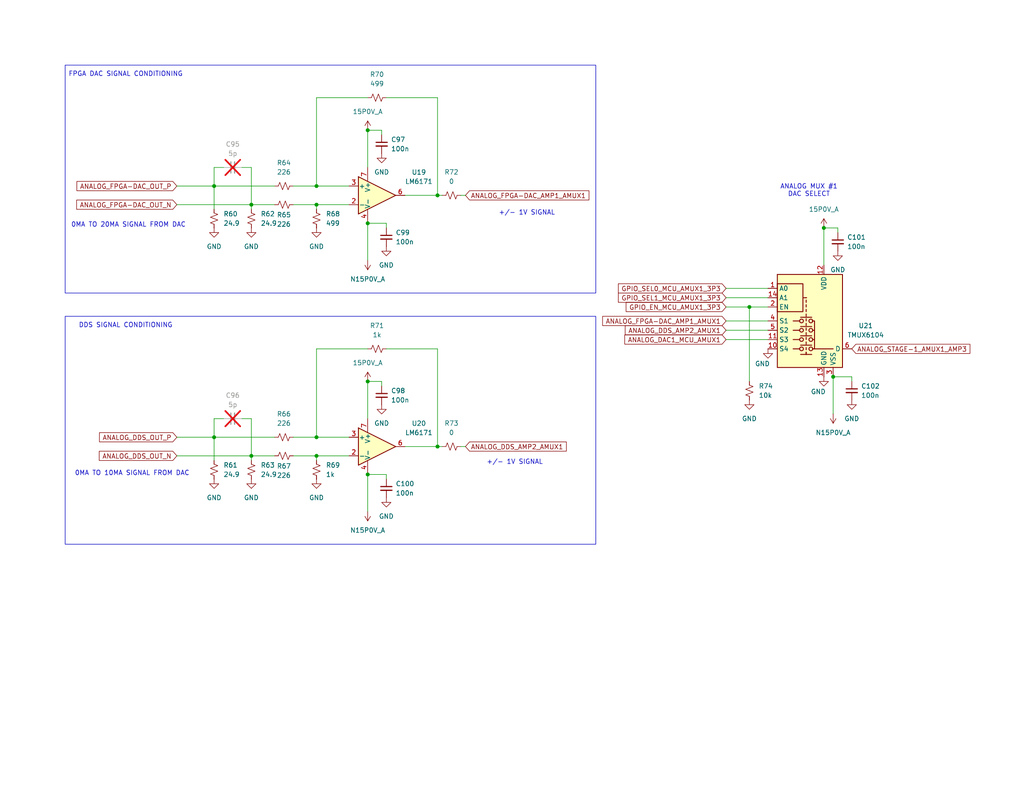
<source format=kicad_sch>
(kicad_sch (version 20250114) (generator "eeschema") (generator_version "9.0")
  (paper "A")
  (title_block (title "ARBITRARY WAVEFORM GENERATOR") (date "2024-09-11") (rev "0.0.1") (company "Tomasz Brzyzek"))
  (lib_symbols
    (symbol "BRZK_MUX:TMUX6104"
      (property "Reference" "U" (at 11.684 15.748 0))
      (property "Value" "TMUX6104" (at 11.684 13.462 0))
      (symbol "TMUX6104_0_0"
        (pin power_in line (at 5.08 -12.7 90) (length 2.54) (name "GND") (number "13"))
      )
      (symbol "TMUX6104_0_1"
        (rectangle (start -7.62 15.24) (end 10.16 -10.16) (stroke (width 0.254)) (fill (type background)))
        (rectangle (start -7.62 12.7) (end -0.635 5.08) (stroke (width 0.254)))
        (polyline (pts (xy -1.524 2.54) (xy -3.302 2.54)) (stroke (width 0.254)))
        (polyline (pts (xy -1.524 0) (xy -3.302 0)) (stroke (width 0.254)))
        (polyline (pts (xy -1.524 -2.54) (xy -3.302 -2.54)) (stroke (width 0.254)))
        (polyline (pts (xy -1.524 -5.08) (xy -3.302 -5.08)) (stroke (width 0.254)))
        (polyline (pts (xy -1.27 3.556) (xy 1.778 3.556)) (stroke (width 0.254)))
        (polyline (pts (xy -1.27 1.016) (xy 1.778 1.016)) (stroke (width 0.254)))
        (polyline (pts (xy -1.27 -1.524) (xy 1.778 -1.524)) (stroke (width 0.254)))
        (polyline (pts (xy -1.27 -4.064) (xy 1.778 -4.064)) (stroke (width 0.254)))
        (polyline (pts (xy -1.27 -6.604) (xy 1.778 -6.604)) (stroke (width 0.254)))
        (circle (center -1.016 2.54) (radius 0.508) (stroke (width 0.254)))
        (circle (center -1.016 0) (radius 0.508) (stroke (width 0.254)))
        (circle (center -1.016 -2.54) (radius 0.508) (stroke (width 0.254)))
        (circle (center -1.016 -5.08) (radius 0.508) (stroke (width 0.254)))
        (polyline (pts (xy -0.508 8.89) (xy 0.127 8.89)) (stroke (width 0.254)))
        (polyline (pts (xy 0.254 7.62) (xy 0.254 8.255)) (stroke (width 0.254)))
        (polyline (pts (xy 0.254 6.35) (xy 0.254 6.985)) (stroke (width 0.254)))
        (polyline (pts (xy 0.254 5.08) (xy 0.254 5.715)) (stroke (width 0.254)))
        (polyline (pts (xy 0.254 3.81) (xy 0.254 4.445)) (stroke (width 0.254)))
        (polyline (pts (xy 0.254 2.54) (xy 0.254 3.175)) (stroke (width 0.254)))
        (polyline (pts (xy 0.254 1.27) (xy 0.254 1.905)) (stroke (width 0.254)))
        (polyline (pts (xy 0.254 0) (xy 0.254 0.635)) (stroke (width 0.254)))
        (polyline (pts (xy 0.254 -1.27) (xy 0.254 -0.635)) (stroke (width 0.254)))
        (polyline (pts (xy 0.254 -2.54) (xy 0.254 -1.905)) (stroke (width 0.254)))
        (polyline (pts (xy 0.254 -3.81) (xy 0.254 -3.175)) (stroke (width 0.254)))
        (polyline (pts (xy 0.254 -5.334) (xy 0.254 -4.699)) (stroke (width 0.254)))
        (polyline (pts (xy 0.254 -6.604) (xy 0.254 -5.969)) (stroke (width 0.254)))
        (polyline (pts (xy 0.254 -6.604) (xy 0.254 -5.969)) (stroke (width 0.254)))
        (polyline (pts (xy 0.381 8.89) (xy 0.127 8.89)) (stroke (width 0.254)))
        (circle (center 1.524 2.54) (radius 0.508) (stroke (width 0.254)))
        (circle (center 1.524 0) (radius 0.508) (stroke (width 0.254)))
        (circle (center 1.524 -2.54) (radius 0.508) (stroke (width 0.254)))
        (circle (center 1.524 -5.08) (radius 0.508) (stroke (width 0.254)))
        (polyline (pts (xy 1.905 2.54) (xy 2.54 2.54) (xy 2.54 -5.08) (xy 2.032 -5.08)) (stroke (width 0.254)))
        (polyline (pts (xy 2.032 0) (xy 2.54 0)) (stroke (width 0.254)))
        (polyline (pts (xy 2.032 -2.54) (xy 2.54 -2.54)) (stroke (width 0.254)))
        (polyline (pts (xy 2.032 -5.08) (xy 2.54 -5.08)) (stroke (width 0.254)))
        (polyline (pts (xy 2.54 -5.08) (xy 7.62 -5.08)) (stroke (width 0.254)))
      )
      (symbol "TMUX6104_1_0"
        (pin no_connect line (at 12.7 2.54 180) (length 2.54) (hide yes) (name "NC") (number "7"))
        (pin no_connect line (at 12.7 2.54 180) (length 2.54) (hide yes) (name "NC") (number "8"))
        (pin no_connect line (at 12.7 2.54 180) (length 2.54) (hide yes) (name "NC") (number "9"))
      )
      (symbol "TMUX6104_1_1"
        (pin input line (at -10.16 11.43 0) (length 2.54) (name "A0") (number "1"))
        (pin input line (at -10.16 8.89 0) (length 2.54) (name "A1") (number "14"))
        (pin input line (at -10.16 6.35 0) (length 2.54) (name "EN") (number "2"))
        (pin bidirectional line (at -10.16 2.54 0) (length 2.54) (name "S1") (number "4"))
        (pin bidirectional line (at -10.16 0 0) (length 2.54) (name "S2") (number "5"))
        (pin bidirectional line (at -10.16 -2.54 0) (length 2.54) (name "S3") (number "11"))
        (pin bidirectional line (at -10.16 -5.08 0) (length 2.54) (name "S4") (number "10"))
        (pin power_in line (at 5.08 17.78 270) (length 2.54) (name "VDD") (number "12"))
        (pin power_in line (at 7.62 -12.7 90) (length 2.54) (name "VSS") (number "3"))
        (pin bidirectional line (at 12.7 -5.08 180) (length 2.54) (name "D") (number "6"))
      )
    )
    (symbol "BRZK_OPAMP:LM6171" (pin_names (offset 0.127))
      (property "Reference" "U" (at 0 6.35 0))
      (property "Value" "LM6171" (at 0 3.81 0))
      (symbol "LM6171_0_1"
        (polyline (pts (xy -5.08 5.08) (xy 5.08 0) (xy -5.08 -5.08) (xy -5.08 5.08)) (stroke (width 0.254)) (fill (type background)))
      )
      (symbol "LM6171_1_1"
        (pin input line (at -7.62 2.54 0) (length 2.54) (name "+") (number "3"))
        (pin input line (at -7.62 -2.54 0) (length 2.54) (name "-") (number "2"))
        (pin power_in line (at -2.54 7.62 270) (length 3.81) (name "V+") (number "7"))
        (pin no_connect line (at -2.54 2.54 270) (length 2.54) (hide yes) (name "NC") (number "1"))
        (pin power_in line (at -2.54 -7.62 90) (length 3.81) (name "V-") (number "4"))
        (pin no_connect line (at 0 2.54 270) (length 2.54) (hide yes) (name "NC") (number "5"))
        (pin no_connect line (at 0 -2.54 90) (length 2.54) (hide yes) (name "NC") (number "8"))
        (pin output line (at 7.62 0 180) (length 2.54) (name "~") (number "6"))
      )
    )
    (symbol "Device:C_Small" (pin_numbers (hide yes)) (pin_names (offset 0.254) (hide yes))
      (property "Reference" "C" (at 0.254 1.778 0))
      (property "Value" "C_Small" (at 0.254 -2.032 0))
      (symbol "C_Small_0_1"
        (polyline (pts (xy -1.524 0.508) (xy 1.524 0.508)) (stroke (width 0.3048)))
        (polyline (pts (xy -1.524 -0.508) (xy 1.524 -0.508)) (stroke (width 0.3302)))
      )
      (symbol "C_Small_1_1"
        (pin passive line (at 0 2.54 270) (length 2.032) (name "~") (number "1"))
        (pin passive line (at 0 -2.54 90) (length 2.032) (name "~") (number "2"))
      )
    )
    (symbol "Device:R_Small_US" (pin_numbers (hide yes)) (pin_names (offset 0.254) (hide yes))
      (property "Reference" "R" (at 0.762 0.508 0))
      (property "Value" "R_Small_US" (at 0.762 -1.016 0))
      (symbol "R_Small_US_1_1"
        (polyline (pts (xy 0 1.524) (xy 1.016 1.143) (xy 0 0.762) (xy -1.016 0.381) (xy 0 0)))
        (polyline (pts (xy 0 0) (xy 1.016 -0.381) (xy 0 -0.762) (xy -1.016 -1.143) (xy 0 -1.524)))
        (pin passive line (at 0 2.54 270) (length 1.016) (name "~") (number "1"))
        (pin passive line (at 0 -2.54 90) (length 1.016) (name "~") (number "2"))
      )
    )
    (symbol "power:+3V3" (power) (pin_numbers (hide yes)) (pin_names (offset 0) (hide yes))
      (property "Value" "+3V3" (at 0 3.556 0))
      (symbol "+3V3_0_1"
        (polyline (pts (xy -0.762 1.27) (xy 0 2.54)))
        (polyline (pts (xy 0 2.54) (xy 0.762 1.27)))
        (polyline (pts (xy 0 0) (xy 0 2.54)))
      )
      (symbol "+3V3_1_1"
        (pin power_in line (at 0 0 90) (length 0) (name "~") (number "1"))
      )
    )
    (symbol "power:GND" (power) (pin_numbers (hide yes)) (pin_names (offset 0) (hide yes))
      (property "Value" "GND" (at 0 -3.81 0))
      (symbol "GND_0_1"
        (polyline (pts (xy 0 0) (xy 0 -1.27) (xy 1.27 -1.27) (xy 0 -2.54) (xy -1.27 -1.27) (xy 0 -1.27)))
      )
      (symbol "GND_1_1"
        (pin power_in line (at 0 0 270) (length 0) (name "~") (number "1"))
      )
    )
  )
  (rectangle (start 17.78 17.78) (end 162.56 80.01))
  (rectangle (start 17.78 86.36) (end 162.56 148.59))
  (text "0MA TO 10MA SIGNAL FROM DAC" (at 36.068 129.286 0) (effects (font (size 1.27 1.27))))
  (text "0MA TO 20MA SIGNAL FROM DAC" (at 35.052 61.468 0) (effects (font (size 1.27 1.27))))
  (text "FPGA DAC SIGNAL CONDITIONING" (at 34.29 20.32 0) (effects (font (size 1.27 1.27))))
  (text "ANALOG MUX #1\nDAC SELECT" (at 220.726 52.07 0) (effects (font (size 1.27 1.27))))
  (text "+/- 1V SIGNAL" (at 143.764 58.166 0) (effects (font (size 1.27 1.27))))
  (text "DDS SIGNAL CONDITIONING" (at 34.29 88.9 0) (effects (font (size 1.27 1.27))))
  (text "+/- 1V SIGNAL" (at 140.462 126.238 0) (effects (font (size 1.27 1.27))))
  (junction (at 224.79 62.23))
  (junction (at 58.42 119.38))
  (junction (at 119.38 53.34))
  (junction (at 100.33 35.56))
  (junction (at 86.36 119.38))
  (junction (at 86.36 50.8))
  (junction (at 204.47 83.82))
  (junction (at 119.38 121.92))
  (junction (at 227.33 102.87))
  (junction (at 68.58 55.88))
  (junction (at 100.33 60.96))
  (junction (at 86.36 124.46))
  (junction (at 86.36 55.88))
  (junction (at 68.58 124.46))
  (junction (at 58.42 50.8))
  (junction (at 100.33 129.54))
  (junction (at 100.33 104.14))
  (wire (pts (xy 68.58 55.88) (xy 68.58 57.15)))
  (wire (pts (xy 48.26 50.8) (xy 58.42 50.8)))
  (wire (pts (xy 119.38 95.25) (xy 119.38 121.92)))
  (wire (pts (xy 58.42 114.3) (xy 60.96 114.3)))
  (wire (pts (xy 232.41 104.14) (xy 232.41 102.87)))
  (wire (pts (xy 204.47 83.82) (xy 204.47 104.14)))
  (wire (pts (xy 80.01 119.38) (xy 86.36 119.38)))
  (wire (pts (xy 68.58 124.46) (xy 68.58 114.3)))
  (wire (pts (xy 228.6 63.5) (xy 228.6 62.23)))
  (wire (pts (xy 224.79 62.23) (xy 224.79 72.39)))
  (wire (pts (xy 48.26 124.46) (xy 68.58 124.46)))
  (wire (pts (xy 100.33 60.96) (xy 105.41 60.96)))
  (wire (pts (xy 80.01 55.88) (xy 86.36 55.88)))
  (wire (pts (xy 105.41 130.81) (xy 105.41 129.54)))
  (wire (pts (xy 100.33 71.12) (xy 100.33 60.96)))
  (wire (pts (xy 100.33 35.56) (xy 100.33 45.72)))
  (wire (pts (xy 105.41 26.67) (xy 119.38 26.67)))
  (wire (pts (xy 86.36 124.46) (xy 86.36 125.73)))
  (wire (pts (xy 58.42 45.72) (xy 60.96 45.72)))
  (wire (pts (xy 105.41 62.23) (xy 105.41 60.96)))
  (wire (pts (xy 86.36 50.8) (xy 86.36 26.67)))
  (wire (pts (xy 119.38 121.92) (xy 120.65 121.92)))
  (wire (pts (xy 86.36 95.25) (xy 100.33 95.25)))
  (wire (pts (xy 119.38 53.34) (xy 120.65 53.34)))
  (wire (pts (xy 58.42 45.72) (xy 58.42 50.8)))
  (wire (pts (xy 48.26 119.38) (xy 58.42 119.38)))
  (wire (pts (xy 86.36 119.38) (xy 86.36 95.25)))
  (wire (pts (xy 104.14 105.41) (xy 104.14 104.14)))
  (wire (pts (xy 58.42 114.3) (xy 58.42 119.38)))
  (wire (pts (xy 100.33 139.7) (xy 100.33 129.54)))
  (wire (pts (xy 227.33 113.03) (xy 227.33 102.87)))
  (wire (pts (xy 125.73 53.34) (xy 127 53.34)))
  (wire (pts (xy 80.01 50.8) (xy 86.36 50.8)))
  (wire (pts (xy 58.42 50.8) (xy 58.42 57.15)))
  (wire (pts (xy 100.33 104.14) (xy 100.33 114.3)))
  (wire (pts (xy 68.58 124.46) (xy 68.58 125.73)))
  (wire (pts (xy 86.36 119.38) (xy 95.25 119.38)))
  (wire (pts (xy 227.33 102.87) (xy 232.41 102.87)))
  (wire (pts (xy 198.12 81.28) (xy 209.55 81.28)))
  (wire (pts (xy 58.42 119.38) (xy 58.42 125.73)))
  (wire (pts (xy 68.58 55.88) (xy 74.93 55.88)))
  (wire (pts (xy 86.36 124.46) (xy 95.25 124.46)))
  (wire (pts (xy 86.36 55.88) (xy 86.36 57.15)))
  (wire (pts (xy 224.79 62.23) (xy 228.6 62.23)))
  (wire (pts (xy 48.26 55.88) (xy 68.58 55.88)))
  (wire (pts (xy 105.41 95.25) (xy 119.38 95.25)))
  (wire (pts (xy 198.12 87.63) (xy 209.55 87.63)))
  (wire (pts (xy 119.38 26.67) (xy 119.38 53.34)))
  (wire (pts (xy 68.58 55.88) (xy 68.58 45.72)))
  (wire (pts (xy 104.14 36.83) (xy 104.14 35.56)))
  (wire (pts (xy 198.12 78.74) (xy 209.55 78.74)))
  (wire (pts (xy 86.36 50.8) (xy 95.25 50.8)))
  (wire (pts (xy 110.49 53.34) (xy 119.38 53.34)))
  (wire (pts (xy 110.49 121.92) (xy 119.38 121.92)))
  (wire (pts (xy 68.58 124.46) (xy 74.93 124.46)))
  (wire (pts (xy 100.33 35.56) (xy 104.14 35.56)))
  (wire (pts (xy 125.73 121.92) (xy 127 121.92)))
  (wire (pts (xy 68.58 114.3) (xy 66.04 114.3)))
  (wire (pts (xy 100.33 129.54) (xy 105.41 129.54)))
  (wire (pts (xy 100.33 104.14) (xy 104.14 104.14)))
  (wire (pts (xy 204.47 83.82) (xy 209.55 83.82)))
  (wire (pts (xy 58.42 50.8) (xy 74.93 50.8)))
  (wire (pts (xy 58.42 119.38) (xy 74.93 119.38)))
  (wire (pts (xy 80.01 124.46) (xy 86.36 124.46)))
  (wire (pts (xy 68.58 45.72) (xy 66.04 45.72)))
  (wire (pts (xy 198.12 90.17) (xy 209.55 90.17)))
  (wire (pts (xy 86.36 55.88) (xy 95.25 55.88)))
  (wire (pts (xy 198.12 83.82) (xy 204.47 83.82)))
  (wire (pts (xy 86.36 26.67) (xy 100.33 26.67)))
  (wire (pts (xy 198.12 92.71) (xy 209.55 92.71)))
  (global_label "ANALOG_DDS_OUT_P" (shape input) (at 48.26 119.38 180) (property "Intersheetrefs" "${INTERSHEET_REFS}" (effects (hide yes))))
  (global_label "ANALOG_DDS_AMP2_AMUX1" (shape input) (at 198.12 90.17 180) (property "Intersheetrefs" "${INTERSHEET_REFS}" (effects (hide yes))))
  (global_label "ANALOG_FPGA-DAC_AMP1_AMUX1" (shape input) (at 198.12 87.63 180) (property "Intersheetrefs" "${INTERSHEET_REFS}" (effects (hide yes))))
  (global_label "GPIO_SEL0_MCU_AMUX1_3P3" (shape input) (at 198.12 78.74 180) (property "Intersheetrefs" "${INTERSHEET_REFS}" (effects (hide yes))))
  (global_label "ANALOG_DAC1_MCU_AMUX1" (shape input) (at 198.12 92.71 180) (property "Intersheetrefs" "${INTERSHEET_REFS}" (effects (hide yes))))
  (global_label "ANALOG_DDS_OUT_N" (shape input) (at 48.26 124.46 180) (property "Intersheetrefs" "${INTERSHEET_REFS}" (effects (hide yes))))
  (global_label "ANALOG_FPGA-DAC_AMP1_AMUX1" (shape input) (at 127 53.34 0) (property "Intersheetrefs" "${INTERSHEET_REFS}" (effects (hide yes))))
  (global_label "ANALOG_DDS_AMP2_AMUX1" (shape input) (at 127 121.92 0) (property "Intersheetrefs" "${INTERSHEET_REFS}" (effects (hide yes))))
  (global_label "ANALOG_STAGE-1_AMUX1_AMP3" (shape input) (at 232.41 95.25 0) (property "Intersheetrefs" "${INTERSHEET_REFS}" (effects (hide yes))))
  (global_label "GPIO_EN_MCU_AMUX1_3P3" (shape input) (at 198.12 83.82 180) (property "Intersheetrefs" "${INTERSHEET_REFS}" (effects (hide yes))))
  (global_label "GPIO_SEL1_MCU_AMUX1_3P3" (shape input) (at 198.12 81.28 180) (property "Intersheetrefs" "${INTERSHEET_REFS}" (effects (hide yes))))
  (global_label "ANALOG_FPGA-DAC_OUT_N" (shape input) (at 48.26 55.88 180) (property "Intersheetrefs" "${INTERSHEET_REFS}" (effects (hide yes))))
  (global_label "ANALOG_FPGA-DAC_OUT_P" (shape input) (at 48.26 50.8 180) (property "Intersheetrefs" "${INTERSHEET_REFS}" (effects (hide yes))))
  (symbol (lib_id "Device:R_Small_US") (at 102.87 26.67 90) (unit 1)
    (property "Reference" "R70" (at 102.87 20.32 90))
    (property "Value" "499" (at 102.87 22.86 90))
    (property "Footprint" "Resistor_SMD:R_0603_1608Metric" (effects (hide yes)))
    (property "Description" "Resistor, small US symbol" (effects (hide yes)))
    (property "LCSC" "C23065" (effects (hide yes)))
    (property "Part Number" "0603WAF4990T5E" (effects (hide yes)))
  )
  (symbol (lib_id "power:+3V3") (at 100.33 35.56 0) (unit 1)
    (property "Reference" "#PWR0247" (effects (hide yes)))
    (property "Value" "15P0V_A" (at 100.33 30.48 0))
    (property "Description" "Power symbol creates a global label with name \"+3V3\"" (effects (hide yes)))
  )
  (symbol (lib_id "Device:R_Small_US") (at 77.47 124.46 90) (unit 1)
    (property "Reference" "R67" (at 77.47 127.254 90))
    (property "Value" "226" (at 77.47 129.794 90))
    (property "Footprint" "Resistor_SMD:R_0603_1608Metric" (effects (hide yes)))
    (property "Description" "Resistor, small US symbol" (effects (hide yes)))
    (property "LCSC" "C861234" (effects (hide yes)))
    (property "Part Number" "RT0603BRD07226RL" (effects (hide yes)))
  )
  (symbol (lib_id "Device:C_Small") (at 63.5 45.72 90) (unit 1) (dnp yes)
    (property "Reference" "C95" (at 63.5063 39.37 90))
    (property "Value" "5p" (at 63.5063 41.91 90))
    (property "Footprint" "Capacitor_SMD:C_0603_1608Metric" (effects (hide yes)))
    (property "Description" "Unpolarized capacitor, small symbol" (effects (hide yes)))
    (property "LCSC" "C327203" (effects (hide yes)))
    (property "Part Number" "CC0603CRNPO9BN5R0" (effects (hide yes)))
  )
  (symbol (lib_id "Device:R_Small_US") (at 102.87 95.25 90) (unit 1)
    (property "Reference" "R71" (at 102.87 88.9 90))
    (property "Value" "1k" (at 102.87 91.44 90))
    (property "Footprint" "Resistor_SMD:R_0603_1608Metric" (effects (hide yes)))
    (property "Description" "Resistor, small US symbol" (effects (hide yes)))
    (property "LCSC" "C22548" (effects (hide yes)))
    (property "Part Number" "RC0603FR-071KL" (effects (hide yes)))
  )
  (symbol (lib_id "power:GND") (at 86.36 62.23 0) (unit 1)
    (property "Reference" "#PWR0245" (effects (hide yes)))
    (property "Value" "GND" (at 86.36 67.31 0))
    (property "Description" "Power symbol creates a global label with name \"GND\" , ground" (effects (hide yes)))
  )
  (symbol (lib_id "power:GND") (at 228.6 68.58 0) (unit 1)
    (property "Reference" "#PWR0260" (effects (hide yes)))
    (property "Value" "GND" (at 228.6 73.66 0))
    (property "Description" "Power symbol creates a global label with name \"GND\" , ground" (effects (hide yes)))
  )
  (symbol (lib_id "Device:C_Small") (at 232.41 106.68 0) (unit 1)
    (property "Reference" "C102" (at 234.95 105.4163 0) (effects (justify left)))
    (property "Value" "100n" (at 234.95 107.9563 0) (effects (justify left)))
    (property "Footprint" "Capacitor_SMD:C_0603_1608Metric" (effects (hide yes)))
    (property "Description" "Unpolarized capacitor, small symbol" (effects (hide yes)))
    (property "Part Number" "CL10B104JB8NNNC" (effects (hide yes)))
    (property "LCSC" "C24452" (effects (hide yes)))
  )
  (symbol (lib_id "power:GND") (at 224.79 102.87 0) (unit 1)
    (property "Reference" "#PWR0258" (effects (hide yes)))
    (property "Value" "GND" (at 223.266 106.934 0))
    (property "Description" "Power symbol creates a global label with name \"GND\" , ground" (effects (hide yes)))
  )
  (symbol (lib_id "Device:R_Small_US") (at 86.36 59.69 180) (unit 1)
    (property "Reference" "R68" (at 88.9 58.4199 0) (effects (justify right)))
    (property "Value" "499" (at 88.9 60.9599 0) (effects (justify right)))
    (property "Footprint" "Resistor_SMD:R_0603_1608Metric" (effects (hide yes)))
    (property "Description" "Resistor, small US symbol" (effects (hide yes)))
    (property "LCSC" "C23065" (effects (hide yes)))
    (property "Part Number" "0603WAF4990T5E" (effects (hide yes)))
  )
  (symbol (lib_id "power:GND") (at 209.55 95.25 0) (unit 1)
    (property "Reference" "#PWR0256" (effects (hide yes)))
    (property "Value" "GND" (at 208.026 99.314 0))
    (property "Description" "Power symbol creates a global label with name \"GND\" , ground" (effects (hide yes)))
  )
  (symbol (lib_id "power:+3V3") (at 100.33 71.12 180) (unit 1)
    (property "Reference" "#PWR0248" (effects (hide yes)))
    (property "Value" "N15P0V_A" (at 100.33 76.2 0))
    (property "Description" "Power symbol creates a global label with name \"+3V3\"" (effects (hide yes)))
  )
  (symbol (lib_id "Device:R_Small_US") (at 77.47 55.88 90) (unit 1)
    (property "Reference" "R65" (at 77.47 58.674 90))
    (property "Value" "226" (at 77.47 61.214 90))
    (property "Footprint" "Resistor_SMD:R_0603_1608Metric" (effects (hide yes)))
    (property "Description" "Resistor, small US symbol" (effects (hide yes)))
    (property "LCSC" "C861234" (effects (hide yes)))
    (property "Part Number" "RT0603BRD07226RL" (effects (hide yes)))
  )
  (symbol (lib_id "power:+3V3") (at 227.33 113.03 180) (unit 1)
    (property "Reference" "#PWR0259" (effects (hide yes)))
    (property "Value" "N15P0V_A" (at 227.33 118.11 0))
    (property "Description" "Power symbol creates a global label with name \"+3V3\"" (effects (hide yes)))
  )
  (symbol (lib_id "Device:C_Small") (at 104.14 39.37 0) (unit 1)
    (property "Reference" "C97" (at 106.68 38.1063 0) (effects (justify left)))
    (property "Value" "100n" (at 106.68 40.6463 0) (effects (justify left)))
    (property "Footprint" "Capacitor_SMD:C_0603_1608Metric" (effects (hide yes)))
    (property "Description" "Unpolarized capacitor, small symbol" (effects (hide yes)))
    (property "Part Number" "CL10B104JB8NNNC" (effects (hide yes)))
    (property "LCSC" "C24452" (effects (hide yes)))
  )
  (symbol (lib_id "power:GND") (at 68.58 130.81 0) (unit 1)
    (property "Reference" "#PWR0244" (effects (hide yes)))
    (property "Value" "GND" (at 68.58 135.89 0))
    (property "Description" "Power symbol creates a global label with name \"GND\" , ground" (effects (hide yes)))
  )
  (symbol (lib_id "power:+3V3") (at 100.33 104.14 0) (unit 1)
    (property "Reference" "#PWR0249" (effects (hide yes)))
    (property "Value" "15P0V_A" (at 100.33 99.06 0))
    (property "Description" "Power symbol creates a global label with name \"+3V3\"" (effects (hide yes)))
  )
  (symbol (lib_id "power:GND") (at 232.41 109.22 0) (unit 1)
    (property "Reference" "#PWR0261" (effects (hide yes)))
    (property "Value" "GND" (at 232.41 114.3 0))
    (property "Description" "Power symbol creates a global label with name \"GND\" , ground" (effects (hide yes)))
  )
  (symbol (lib_id "Device:C_Small") (at 105.41 133.35 0) (unit 1)
    (property "Reference" "C100" (at 107.95 132.0863 0) (effects (justify left)))
    (property "Value" "100n" (at 107.95 134.6263 0) (effects (justify left)))
    (property "Footprint" "Capacitor_SMD:C_0603_1608Metric" (effects (hide yes)))
    (property "Description" "Unpolarized capacitor, small symbol" (effects (hide yes)))
    (property "Part Number" "CL10B104JB8NNNC" (effects (hide yes)))
    (property "LCSC" "C24452" (effects (hide yes)))
  )
  (symbol (lib_id "power:GND") (at 68.58 62.23 0) (unit 1)
    (property "Reference" "#PWR0243" (effects (hide yes)))
    (property "Value" "GND" (at 68.58 67.31 0))
    (property "Description" "Power symbol creates a global label with name \"GND\" , ground" (effects (hide yes)))
  )
  (symbol (lib_id "BRZK_MUX:TMUX6104") (at 219.71 90.17 0) (unit 1)
    (property "Reference" "U21" (at 236.22 88.9314 0))
    (property "Value" "TMUX6104" (at 236.22 91.4714 0))
    (property "Footprint" "Package_SO:TSSOP-14_4.4x5mm_P0.65mm" (effects (hide yes)))
    (property "Datasheet" "https://www.ti.com/lit/ds/symlink/tmux6104.pdf" (effects (hide yes)))
    (property "Description" "5-pA on-state leakage current, ±16.5-V, 4:1, 1-channel precision analog multiplexer" (effects (hide yes)))
    (property "Part Number" "TMUX6104PWR" (effects (hide yes)))
    (property "LCSC" "C2673388" (effects (hide yes)))
  )
  (symbol (lib_id "BRZK_OPAMP:LM6171") (at 102.87 53.34 0) (unit 1)
    (property "Reference" "U19" (at 114.3 47.0214 0))
    (property "Value" "LM6171" (at 114.3 49.5614 0))
    (property "Footprint" "Package_SO:SOIC-8_3.9x4.9mm_P1.27mm" (effects (hide yes)))
    (property "Datasheet" "http://www.ti.com/lit/ds/symlink/lm6171.pdf" (effects (hide yes)))
    (property "Description" "High Speed Low Power Low Distortion Voltage Feedback Amplifier, SOIC-8" (effects (hide yes)))
    (property "Part Number" "LM6171BIMX/NOPB" (effects (hide yes)))
    (property "LCSC" "C2058493" (effects (hide yes)))
  )
  (symbol (lib_id "power:+3V3") (at 100.33 139.7 180) (unit 1)
    (property "Reference" "#PWR0250" (effects (hide yes)))
    (property "Value" "N15P0V_A" (at 100.33 144.78 0))
    (property "Description" "Power symbol creates a global label with name \"+3V3\"" (effects (hide yes)))
  )
  (symbol (lib_id "Device:R_Small_US") (at 123.19 53.34 90) (unit 1)
    (property "Reference" "R72" (at 123.19 46.99 90))
    (property "Value" "0" (at 123.19 49.53 90))
    (property "Footprint" "Resistor_SMD:R_0603_1608Metric" (effects (hide yes)))
    (property "Description" "Resistor, small US symbol" (effects (hide yes)))
    (property "Part Number" "0603WAJ0000T5E" (effects (hide yes)))
    (property "LCSC" "C15402" (effects (hide yes)))
  )
  (symbol (lib_id "Device:C_Small") (at 63.5 114.3 90) (unit 1) (dnp yes)
    (property "Reference" "C96" (at 63.5063 107.95 90))
    (property "Value" "5p" (at 63.5063 110.49 90))
    (property "Footprint" "Capacitor_SMD:C_0603_1608Metric" (effects (hide yes)))
    (property "Description" "Unpolarized capacitor, small symbol" (effects (hide yes)))
    (property "LCSC" "C327203" (effects (hide yes)))
    (property "Part Number" "CC0603CRNPO9BN5R0" (effects (hide yes)))
  )
  (symbol (lib_id "Device:C_Small") (at 228.6 66.04 0) (unit 1)
    (property "Reference" "C101" (at 231.14 64.7763 0) (effects (justify left)))
    (property "Value" "100n" (at 231.14 67.3163 0) (effects (justify left)))
    (property "Footprint" "Capacitor_SMD:C_0603_1608Metric" (effects (hide yes)))
    (property "Description" "Unpolarized capacitor, small symbol" (effects (hide yes)))
    (property "Part Number" "CL10B104JB8NNNC" (effects (hide yes)))
    (property "LCSC" "C24452" (effects (hide yes)))
  )
  (symbol (lib_id "Device:R_Small_US") (at 58.42 59.69 180) (unit 1)
    (property "Reference" "R60" (at 60.96 58.4199 0) (effects (justify right)))
    (property "Value" "24.9" (at 60.96 60.9599 0) (effects (justify right)))
    (property "Footprint" "Resistor_SMD:R_0603_1608Metric" (effects (hide yes)))
    (property "Description" "Resistor, small US symbol" (effects (hide yes)))
    (property "LCSC" "C22916" (effects (hide yes)))
    (property "Part Number" "0603WAF249JT5E" (effects (hide yes)))
  )
  (symbol (lib_id "Device:R_Small_US") (at 68.58 128.27 180) (unit 1)
    (property "Reference" "R63" (at 71.12 126.9999 0) (effects (justify right)))
    (property "Value" "24.9" (at 71.12 129.5399 0) (effects (justify right)))
    (property "Footprint" "Resistor_SMD:R_0603_1608Metric" (effects (hide yes)))
    (property "Description" "Resistor, small US symbol" (effects (hide yes)))
    (property "LCSC" "C22916" (effects (hide yes)))
    (property "Part Number" "0603WAF249JT5E" (effects (hide yes)))
  )
  (symbol (lib_id "Device:R_Small_US") (at 204.47 106.68 180) (unit 1)
    (property "Reference" "R74" (at 207.01 105.4099 0) (effects (justify right)))
    (property "Value" "10k" (at 207.01 107.9499 0) (effects (justify right)))
    (property "Footprint" "Resistor_SMD:R_0603_1608Metric" (effects (hide yes)))
    (property "Description" "Resistor, small US symbol" (effects (hide yes)))
    (property "Part Number" "0603WAF1002T5E" (effects (hide yes)))
    (property "LCSC" "C25804" (effects (hide yes)))
  )
  (symbol (lib_id "power:+3V3") (at 224.79 62.23 0) (unit 1)
    (property "Reference" "#PWR0257" (effects (hide yes)))
    (property "Value" "15P0V_A" (at 224.79 57.15 0))
    (property "Description" "Power symbol creates a global label with name \"+3V3\"" (effects (hide yes)))
  )
  (symbol (lib_id "power:GND") (at 58.42 62.23 0) (unit 1)
    (property "Reference" "#PWR0241" (effects (hide yes)))
    (property "Value" "GND" (at 58.42 67.31 0))
    (property "Description" "Power symbol creates a global label with name \"GND\" , ground" (effects (hide yes)))
  )
  (symbol (lib_id "Device:R_Small_US") (at 77.47 119.38 90) (unit 1)
    (property "Reference" "R66" (at 77.47 113.03 90))
    (property "Value" "226" (at 77.47 115.57 90))
    (property "Footprint" "Resistor_SMD:R_0603_1608Metric" (effects (hide yes)))
    (property "Description" "Resistor, small US symbol" (effects (hide yes)))
    (property "LCSC" "C861234" (effects (hide yes)))
    (property "Part Number" "RT0603BRD07226RL" (effects (hide yes)))
  )
  (symbol (lib_id "power:GND") (at 204.47 109.22 0) (unit 1)
    (property "Reference" "#PWR0255" (effects (hide yes)))
    (property "Value" "GND" (at 204.47 114.3 0))
    (property "Description" "Power symbol creates a global label with name \"GND\" , ground" (effects (hide yes)))
  )
  (symbol (lib_id "power:GND") (at 86.36 130.81 0) (unit 1)
    (property "Reference" "#PWR0246" (effects (hide yes)))
    (property "Value" "GND" (at 86.36 135.89 0))
    (property "Description" "Power symbol creates a global label with name \"GND\" , ground" (effects (hide yes)))
  )
  (symbol (lib_id "Device:C_Small") (at 104.14 107.95 0) (unit 1)
    (property "Reference" "C98" (at 106.68 106.6863 0) (effects (justify left)))
    (property "Value" "100n" (at 106.68 109.2263 0) (effects (justify left)))
    (property "Footprint" "Capacitor_SMD:C_0603_1608Metric" (effects (hide yes)))
    (property "Description" "Unpolarized capacitor, small symbol" (effects (hide yes)))
    (property "Part Number" "CL10B104JB8NNNC" (effects (hide yes)))
    (property "LCSC" "C24452" (effects (hide yes)))
  )
  (symbol (lib_id "Device:C_Small") (at 105.41 64.77 0) (unit 1)
    (property "Reference" "C99" (at 107.95 63.5063 0) (effects (justify left)))
    (property "Value" "100n" (at 107.95 66.0463 0) (effects (justify left)))
    (property "Footprint" "Capacitor_SMD:C_0603_1608Metric" (effects (hide yes)))
    (property "Description" "Unpolarized capacitor, small symbol" (effects (hide yes)))
    (property "Part Number" "CL10B104JB8NNNC" (effects (hide yes)))
    (property "LCSC" "C24452" (effects (hide yes)))
  )
  (symbol (lib_id "power:GND") (at 104.14 110.49 0) (unit 1)
    (property "Reference" "#PWR0252" (effects (hide yes)))
    (property "Value" "GND" (at 104.14 115.57 0))
    (property "Description" "Power symbol creates a global label with name \"GND\" , ground" (effects (hide yes)))
  )
  (symbol (lib_id "power:GND") (at 105.41 135.89 0) (unit 1)
    (property "Reference" "#PWR0254" (effects (hide yes)))
    (property "Value" "GND" (at 105.41 140.97 0))
    (property "Description" "Power symbol creates a global label with name \"GND\" , ground" (effects (hide yes)))
  )
  (symbol (lib_id "Device:R_Small_US") (at 86.36 128.27 180) (unit 1)
    (property "Reference" "R69" (at 88.9 126.9999 0) (effects (justify right)))
    (property "Value" "1k" (at 88.9 129.5399 0) (effects (justify right)))
    (property "Footprint" "Resistor_SMD:R_0603_1608Metric" (effects (hide yes)))
    (property "Description" "Resistor, small US symbol" (effects (hide yes)))
    (property "LCSC" "C22548" (effects (hide yes)))
    (property "Part Number" "RC0603FR-071KL" (effects (hide yes)))
  )
  (symbol (lib_id "power:GND") (at 58.42 130.81 0) (unit 1)
    (property "Reference" "#PWR0242" (effects (hide yes)))
    (property "Value" "GND" (at 58.42 135.89 0))
    (property "Description" "Power symbol creates a global label with name \"GND\" , ground" (effects (hide yes)))
  )
  (symbol (lib_id "Device:R_Small_US") (at 68.58 59.69 180) (unit 1)
    (property "Reference" "R62" (at 71.12 58.4199 0) (effects (justify right)))
    (property "Value" "24.9" (at 71.12 60.9599 0) (effects (justify right)))
    (property "Footprint" "Resistor_SMD:R_0603_1608Metric" (effects (hide yes)))
    (property "Description" "Resistor, small US symbol" (effects (hide yes)))
    (property "LCSC" "C22916" (effects (hide yes)))
    (property "Part Number" "0603WAF249JT5E" (effects (hide yes)))
  )
  (symbol (lib_id "BRZK_OPAMP:LM6171") (at 102.87 121.92 0) (unit 1)
    (property "Reference" "U20" (at 114.3 115.6014 0))
    (property "Value" "LM6171" (at 114.3 118.1414 0))
    (property "Footprint" "Package_SO:SOIC-8_3.9x4.9mm_P1.27mm" (effects (hide yes)))
    (property "Datasheet" "http://www.ti.com/lit/ds/symlink/lm6171.pdf" (effects (hide yes)))
    (property "Description" "High Speed Low Power Low Distortion Voltage Feedback Amplifier, SOIC-8" (effects (hide yes)))
    (property "Part Number" "LM6171BIMX/NOPB" (effects (hide yes)))
    (property "LCSC" "C2058493" (effects (hide yes)))
  )
  (symbol (lib_id "Device:R_Small_US") (at 58.42 128.27 180) (unit 1)
    (property "Reference" "R61" (at 60.96 126.9999 0) (effects (justify right)))
    (property "Value" "24.9" (at 60.96 129.5399 0) (effects (justify right)))
    (property "Footprint" "Resistor_SMD:R_0603_1608Metric" (effects (hide yes)))
    (property "Description" "Resistor, small US symbol" (effects (hide yes)))
    (property "LCSC" "C22916" (effects (hide yes)))
    (property "Part Number" "0603WAF249JT5E" (effects (hide yes)))
  )
  (symbol (lib_id "power:GND") (at 104.14 41.91 0) (unit 1)
    (property "Reference" "#PWR0251" (effects (hide yes)))
    (property "Value" "GND" (at 104.14 46.99 0))
    (property "Description" "Power symbol creates a global label with name \"GND\" , ground" (effects (hide yes)))
  )
  (symbol (lib_id "Device:R_Small_US") (at 77.47 50.8 90) (unit 1)
    (property "Reference" "R64" (at 77.47 44.45 90))
    (property "Value" "226" (at 77.47 46.99 90))
    (property "Footprint" "Resistor_SMD:R_0603_1608Metric" (effects (hide yes)))
    (property "Description" "Resistor, small US symbol" (effects (hide yes)))
    (property "LCSC" "C861234" (effects (hide yes)))
    (property "Part Number" "RT0603BRD07226RL" (effects (hide yes)))
  )
  (symbol (lib_id "Device:R_Small_US") (at 123.19 121.92 90) (unit 1)
    (property "Reference" "R73" (at 123.19 115.57 90))
    (property "Value" "0" (at 123.19 118.11 90))
    (property "Footprint" "Resistor_SMD:R_0603_1608Metric" (effects (hide yes)))
    (property "Description" "Resistor, small US symbol" (effects (hide yes)))
    (property "Part Number" "0603WAJ0000T5E" (effects (hide yes)))
    (property "LCSC" "C15402" (effects (hide yes)))
  )
  (symbol (lib_id "power:GND") (at 105.41 67.31 0) (unit 1)
    (property "Reference" "#PWR0253" (effects (hide yes)))
    (property "Value" "GND" (at 105.41 72.39 0))
    (property "Description" "Power symbol creates a global label with name \"GND\" , ground" (effects (hide yes)))
  )
)
</source>
